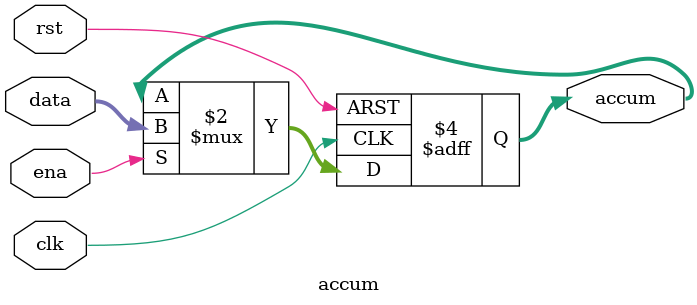
<source format=v>
module accum (
    input            clk,
    input            rst,
    input            ena,
    input      [7:0] data,
    output reg [7:0] accum
);
always @(posedge clk or posedge rst) begin
    if (rst) begin
        accum <= 8'd0;
    end  
    else begin
        if (ena) begin
            accum <= data;
        end
    end
end  
endmodule
</source>
